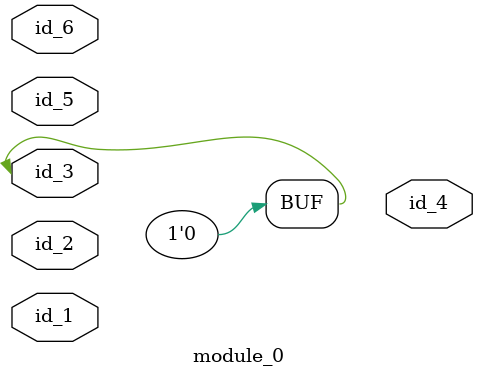
<source format=v>
`timescale 1ps / 1 ps
module module_0 (
    id_1,
    id_2,
    id_3,
    id_4,
    id_5,
    id_6
);
  inout id_6;
  input id_5;
  output id_4;
  inout id_3;
  input id_2;
  inout id_1;
  assign id_3 = 1'b0;
endmodule

</source>
